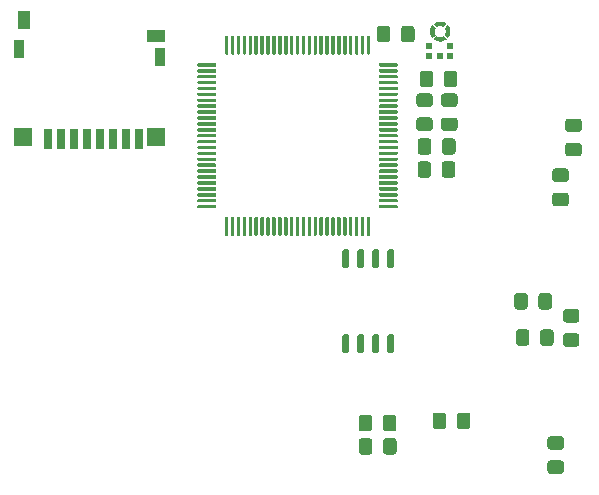
<source format=gbr>
G04 #@! TF.GenerationSoftware,KiCad,Pcbnew,(5.1.6)-1*
G04 #@! TF.CreationDate,2020-10-17T23:58:27+09:00*
G04 #@! TF.ProjectId,guardianCam_Wifi,67756172-6469-4616-9e43-616d5f576966,rev?*
G04 #@! TF.SameCoordinates,Original*
G04 #@! TF.FileFunction,Paste,Bot*
G04 #@! TF.FilePolarity,Positive*
%FSLAX46Y46*%
G04 Gerber Fmt 4.6, Leading zero omitted, Abs format (unit mm)*
G04 Created by KiCad (PCBNEW (5.1.6)-1) date 2020-10-17 23:58:27*
%MOMM*%
%LPD*%
G01*
G04 APERTURE LIST*
%ADD10C,0.001000*%
%ADD11R,0.762000X1.803400*%
%ADD12R,1.498600X1.498600*%
%ADD13R,0.838200X1.549400*%
%ADD14R,1.549400X1.041400*%
%ADD15R,1.041400X1.549400*%
%ADD16R,0.600000X0.522000*%
G04 APERTURE END LIST*
D10*
G36*
X137850000Y-108175000D02*
G01*
X137950000Y-108275000D01*
X137915000Y-108330000D01*
X137875000Y-108440000D01*
X137870000Y-108440000D01*
X137875000Y-108450000D01*
X137860000Y-108555000D01*
X137856397Y-108565000D01*
X137860000Y-108565000D01*
X137875000Y-108685000D01*
X137918463Y-108784609D01*
X137953828Y-108852666D01*
X137855000Y-108950000D01*
X137745000Y-109065000D01*
X137680000Y-108970000D01*
X137630000Y-108870000D01*
X137600000Y-108780000D01*
X137580000Y-108700000D01*
X137570000Y-108560000D01*
X137583797Y-108399809D01*
X137630000Y-108250000D01*
X137675000Y-108160000D01*
X137739691Y-108060234D01*
X137850000Y-108175000D01*
G37*
X137850000Y-108175000D02*
X137950000Y-108275000D01*
X137915000Y-108330000D01*
X137875000Y-108440000D01*
X137870000Y-108440000D01*
X137875000Y-108450000D01*
X137860000Y-108555000D01*
X137856397Y-108565000D01*
X137860000Y-108565000D01*
X137875000Y-108685000D01*
X137918463Y-108784609D01*
X137953828Y-108852666D01*
X137855000Y-108950000D01*
X137745000Y-109065000D01*
X137680000Y-108970000D01*
X137630000Y-108870000D01*
X137600000Y-108780000D01*
X137580000Y-108700000D01*
X137570000Y-108560000D01*
X137583797Y-108399809D01*
X137630000Y-108250000D01*
X137675000Y-108160000D01*
X137739691Y-108060234D01*
X137850000Y-108175000D01*
G36*
X138760000Y-108030000D02*
G01*
X138660000Y-108135000D01*
X138610000Y-108100000D01*
X138500000Y-108060000D01*
X138380000Y-108046397D01*
X138260000Y-108060000D01*
X138155391Y-108098463D01*
X138092334Y-108133828D01*
X137995000Y-108035000D01*
X137880000Y-107920000D01*
X137975000Y-107855000D01*
X138070000Y-107810000D01*
X138160000Y-107780000D01*
X138240000Y-107760000D01*
X138380000Y-107750000D01*
X138540191Y-107763797D01*
X138690000Y-107810000D01*
X138805000Y-107870000D01*
X138874766Y-107914691D01*
X138760000Y-108030000D01*
G37*
X138760000Y-108030000D02*
X138660000Y-108135000D01*
X138610000Y-108100000D01*
X138500000Y-108060000D01*
X138380000Y-108046397D01*
X138260000Y-108060000D01*
X138155391Y-108098463D01*
X138092334Y-108133828D01*
X137995000Y-108035000D01*
X137880000Y-107920000D01*
X137975000Y-107855000D01*
X138070000Y-107810000D01*
X138160000Y-107780000D01*
X138240000Y-107760000D01*
X138380000Y-107750000D01*
X138540191Y-107763797D01*
X138690000Y-107810000D01*
X138805000Y-107870000D01*
X138874766Y-107914691D01*
X138760000Y-108030000D01*
G36*
X138910000Y-108945000D02*
G01*
X138805000Y-108840000D01*
X138840000Y-108790000D01*
X138880000Y-108680000D01*
X138893603Y-108560000D01*
X138880000Y-108440000D01*
X138841537Y-108335391D01*
X138801172Y-108277334D01*
X138900000Y-108180000D01*
X139020000Y-108060000D01*
X139085000Y-108155000D01*
X139130000Y-108250000D01*
X139160000Y-108330000D01*
X139180000Y-108420000D01*
X139190000Y-108500000D01*
X139190000Y-108625000D01*
X139176203Y-108720191D01*
X139160000Y-108795000D01*
X139130000Y-108870000D01*
X139085000Y-108965000D01*
X139020309Y-109059766D01*
X138910000Y-108945000D01*
G37*
X138910000Y-108945000D02*
X138805000Y-108840000D01*
X138840000Y-108790000D01*
X138880000Y-108680000D01*
X138893603Y-108560000D01*
X138880000Y-108440000D01*
X138841537Y-108335391D01*
X138801172Y-108277334D01*
X138900000Y-108180000D01*
X139020000Y-108060000D01*
X139085000Y-108155000D01*
X139130000Y-108250000D01*
X139160000Y-108330000D01*
X139180000Y-108420000D01*
X139190000Y-108500000D01*
X139190000Y-108625000D01*
X139176203Y-108720191D01*
X139160000Y-108795000D01*
X139130000Y-108870000D01*
X139085000Y-108965000D01*
X139020309Y-109059766D01*
X138910000Y-108945000D01*
G36*
X138005000Y-109090000D02*
G01*
X138100000Y-108995000D01*
X138150000Y-109020000D01*
X138205000Y-109045000D01*
X138260000Y-109060000D01*
X138320000Y-109070000D01*
X138380000Y-109073603D01*
X138500000Y-109060000D01*
X138604609Y-109021537D01*
X138662666Y-108986172D01*
X138765000Y-109085000D01*
X138880000Y-109200000D01*
X138790000Y-109260000D01*
X138690000Y-109310000D01*
X138610000Y-109340000D01*
X138520000Y-109360000D01*
X138380000Y-109370000D01*
X138219809Y-109356203D01*
X138070000Y-109310000D01*
X137965000Y-109260000D01*
X137890234Y-109205309D01*
X138005000Y-109090000D01*
G37*
X138005000Y-109090000D02*
X138100000Y-108995000D01*
X138150000Y-109020000D01*
X138205000Y-109045000D01*
X138260000Y-109060000D01*
X138320000Y-109070000D01*
X138380000Y-109073603D01*
X138500000Y-109060000D01*
X138604609Y-109021537D01*
X138662666Y-108986172D01*
X138765000Y-109085000D01*
X138880000Y-109200000D01*
X138790000Y-109260000D01*
X138690000Y-109310000D01*
X138610000Y-109340000D01*
X138520000Y-109360000D01*
X138380000Y-109370000D01*
X138219809Y-109356203D01*
X138070000Y-109310000D01*
X137965000Y-109260000D01*
X137890234Y-109205309D01*
X138005000Y-109090000D01*
G36*
G01*
X132685000Y-143269999D02*
X132685000Y-144170001D01*
G75*
G02*
X132435001Y-144420000I-249999J0D01*
G01*
X131784999Y-144420000D01*
G75*
G02*
X131535000Y-144170001I0J249999D01*
G01*
X131535000Y-143269999D01*
G75*
G02*
X131784999Y-143020000I249999J0D01*
G01*
X132435001Y-143020000D01*
G75*
G02*
X132685000Y-143269999I0J-249999D01*
G01*
G37*
G36*
G01*
X134735000Y-143269999D02*
X134735000Y-144170001D01*
G75*
G02*
X134485001Y-144420000I-249999J0D01*
G01*
X133834999Y-144420000D01*
G75*
G02*
X133585000Y-144170001I0J249999D01*
G01*
X133585000Y-143269999D01*
G75*
G02*
X133834999Y-143020000I249999J0D01*
G01*
X134485001Y-143020000D01*
G75*
G02*
X134735000Y-143269999I0J-249999D01*
G01*
G37*
G36*
G01*
X139835000Y-142010001D02*
X139835000Y-141109999D01*
G75*
G02*
X140084999Y-140860000I249999J0D01*
G01*
X140735001Y-140860000D01*
G75*
G02*
X140985000Y-141109999I0J-249999D01*
G01*
X140985000Y-142010001D01*
G75*
G02*
X140735001Y-142260000I-249999J0D01*
G01*
X140084999Y-142260000D01*
G75*
G02*
X139835000Y-142010001I0J249999D01*
G01*
G37*
G36*
G01*
X137785000Y-142010001D02*
X137785000Y-141109999D01*
G75*
G02*
X138034999Y-140860000I249999J0D01*
G01*
X138685001Y-140860000D01*
G75*
G02*
X138935000Y-141109999I0J-249999D01*
G01*
X138935000Y-142010001D01*
G75*
G02*
X138685001Y-142260000I-249999J0D01*
G01*
X138034999Y-142260000D01*
G75*
G02*
X137785000Y-142010001I0J249999D01*
G01*
G37*
G36*
G01*
X132670000Y-141309999D02*
X132670000Y-142210001D01*
G75*
G02*
X132420001Y-142460000I-249999J0D01*
G01*
X131769999Y-142460000D01*
G75*
G02*
X131520000Y-142210001I0J249999D01*
G01*
X131520000Y-141309999D01*
G75*
G02*
X131769999Y-141060000I249999J0D01*
G01*
X132420001Y-141060000D01*
G75*
G02*
X132670000Y-141309999I0J-249999D01*
G01*
G37*
G36*
G01*
X134720000Y-141309999D02*
X134720000Y-142210001D01*
G75*
G02*
X134470001Y-142460000I-249999J0D01*
G01*
X133819999Y-142460000D01*
G75*
G02*
X133570000Y-142210001I0J249999D01*
G01*
X133570000Y-141309999D01*
G75*
G02*
X133819999Y-141060000I249999J0D01*
G01*
X134470001Y-141060000D01*
G75*
G02*
X134720000Y-141309999I0J-249999D01*
G01*
G37*
D11*
X112889288Y-117700701D03*
X111789288Y-117700701D03*
X110689287Y-117700701D03*
X109589287Y-117700701D03*
X108489289Y-117700701D03*
X107389289Y-117700701D03*
X106289289Y-117700701D03*
X105189288Y-117700701D03*
D12*
X114365000Y-117548301D03*
X103115000Y-117548301D03*
D13*
X114695208Y-110723702D03*
X102784792Y-110073701D03*
D14*
X114339684Y-108969700D03*
D15*
X103185706Y-107648702D03*
G36*
G01*
X130275000Y-134230000D02*
X130575000Y-134230000D01*
G75*
G02*
X130725000Y-134380000I0J-150000D01*
G01*
X130725000Y-135680000D01*
G75*
G02*
X130575000Y-135830000I-150000J0D01*
G01*
X130275000Y-135830000D01*
G75*
G02*
X130125000Y-135680000I0J150000D01*
G01*
X130125000Y-134380000D01*
G75*
G02*
X130275000Y-134230000I150000J0D01*
G01*
G37*
G36*
G01*
X131545000Y-134230000D02*
X131845000Y-134230000D01*
G75*
G02*
X131995000Y-134380000I0J-150000D01*
G01*
X131995000Y-135680000D01*
G75*
G02*
X131845000Y-135830000I-150000J0D01*
G01*
X131545000Y-135830000D01*
G75*
G02*
X131395000Y-135680000I0J150000D01*
G01*
X131395000Y-134380000D01*
G75*
G02*
X131545000Y-134230000I150000J0D01*
G01*
G37*
G36*
G01*
X132815000Y-134230000D02*
X133115000Y-134230000D01*
G75*
G02*
X133265000Y-134380000I0J-150000D01*
G01*
X133265000Y-135680000D01*
G75*
G02*
X133115000Y-135830000I-150000J0D01*
G01*
X132815000Y-135830000D01*
G75*
G02*
X132665000Y-135680000I0J150000D01*
G01*
X132665000Y-134380000D01*
G75*
G02*
X132815000Y-134230000I150000J0D01*
G01*
G37*
G36*
G01*
X134085000Y-134230000D02*
X134385000Y-134230000D01*
G75*
G02*
X134535000Y-134380000I0J-150000D01*
G01*
X134535000Y-135680000D01*
G75*
G02*
X134385000Y-135830000I-150000J0D01*
G01*
X134085000Y-135830000D01*
G75*
G02*
X133935000Y-135680000I0J150000D01*
G01*
X133935000Y-134380000D01*
G75*
G02*
X134085000Y-134230000I150000J0D01*
G01*
G37*
G36*
G01*
X134085000Y-127030000D02*
X134385000Y-127030000D01*
G75*
G02*
X134535000Y-127180000I0J-150000D01*
G01*
X134535000Y-128480000D01*
G75*
G02*
X134385000Y-128630000I-150000J0D01*
G01*
X134085000Y-128630000D01*
G75*
G02*
X133935000Y-128480000I0J150000D01*
G01*
X133935000Y-127180000D01*
G75*
G02*
X134085000Y-127030000I150000J0D01*
G01*
G37*
G36*
G01*
X132815000Y-127030000D02*
X133115000Y-127030000D01*
G75*
G02*
X133265000Y-127180000I0J-150000D01*
G01*
X133265000Y-128480000D01*
G75*
G02*
X133115000Y-128630000I-150000J0D01*
G01*
X132815000Y-128630000D01*
G75*
G02*
X132665000Y-128480000I0J150000D01*
G01*
X132665000Y-127180000D01*
G75*
G02*
X132815000Y-127030000I150000J0D01*
G01*
G37*
G36*
G01*
X131545000Y-127030000D02*
X131845000Y-127030000D01*
G75*
G02*
X131995000Y-127180000I0J-150000D01*
G01*
X131995000Y-128480000D01*
G75*
G02*
X131845000Y-128630000I-150000J0D01*
G01*
X131545000Y-128630000D01*
G75*
G02*
X131395000Y-128480000I0J150000D01*
G01*
X131395000Y-127180000D01*
G75*
G02*
X131545000Y-127030000I150000J0D01*
G01*
G37*
G36*
G01*
X130275000Y-127030000D02*
X130575000Y-127030000D01*
G75*
G02*
X130725000Y-127180000I0J-150000D01*
G01*
X130725000Y-128480000D01*
G75*
G02*
X130575000Y-128630000I-150000J0D01*
G01*
X130275000Y-128630000D01*
G75*
G02*
X130125000Y-128480000I0J150000D01*
G01*
X130125000Y-127180000D01*
G75*
G02*
X130275000Y-127030000I150000J0D01*
G01*
G37*
G36*
G01*
X148650001Y-144015000D02*
X147749999Y-144015000D01*
G75*
G02*
X147500000Y-143765001I0J249999D01*
G01*
X147500000Y-143114999D01*
G75*
G02*
X147749999Y-142865000I249999J0D01*
G01*
X148650001Y-142865000D01*
G75*
G02*
X148900000Y-143114999I0J-249999D01*
G01*
X148900000Y-143765001D01*
G75*
G02*
X148650001Y-144015000I-249999J0D01*
G01*
G37*
G36*
G01*
X148650001Y-146065000D02*
X147749999Y-146065000D01*
G75*
G02*
X147500000Y-145815001I0J249999D01*
G01*
X147500000Y-145164999D01*
G75*
G02*
X147749999Y-144915000I249999J0D01*
G01*
X148650001Y-144915000D01*
G75*
G02*
X148900000Y-145164999I0J-249999D01*
G01*
X148900000Y-145815001D01*
G75*
G02*
X148650001Y-146065000I-249999J0D01*
G01*
G37*
G36*
G01*
X138735000Y-113070001D02*
X138735000Y-112169999D01*
G75*
G02*
X138984999Y-111920000I249999J0D01*
G01*
X139635001Y-111920000D01*
G75*
G02*
X139885000Y-112169999I0J-249999D01*
G01*
X139885000Y-113070001D01*
G75*
G02*
X139635001Y-113320000I-249999J0D01*
G01*
X138984999Y-113320000D01*
G75*
G02*
X138735000Y-113070001I0J249999D01*
G01*
G37*
G36*
G01*
X136685000Y-113070001D02*
X136685000Y-112169999D01*
G75*
G02*
X136934999Y-111920000I249999J0D01*
G01*
X137585001Y-111920000D01*
G75*
G02*
X137835000Y-112169999I0J-249999D01*
G01*
X137835000Y-113070001D01*
G75*
G02*
X137585001Y-113320000I-249999J0D01*
G01*
X136934999Y-113320000D01*
G75*
G02*
X136685000Y-113070001I0J249999D01*
G01*
G37*
G36*
G01*
X135105000Y-109270001D02*
X135105000Y-108369999D01*
G75*
G02*
X135354999Y-108120000I249999J0D01*
G01*
X136005001Y-108120000D01*
G75*
G02*
X136255000Y-108369999I0J-249999D01*
G01*
X136255000Y-109270001D01*
G75*
G02*
X136005001Y-109520000I-249999J0D01*
G01*
X135354999Y-109520000D01*
G75*
G02*
X135105000Y-109270001I0J249999D01*
G01*
G37*
G36*
G01*
X133055000Y-109270001D02*
X133055000Y-108369999D01*
G75*
G02*
X133304999Y-108120000I249999J0D01*
G01*
X133955001Y-108120000D01*
G75*
G02*
X134205000Y-108369999I0J-249999D01*
G01*
X134205000Y-109270001D01*
G75*
G02*
X133955001Y-109520000I-249999J0D01*
G01*
X133304999Y-109520000D01*
G75*
G02*
X133055000Y-109270001I0J249999D01*
G01*
G37*
D16*
X139280000Y-109812000D03*
X139280000Y-110634000D03*
X138380000Y-110634000D03*
X137480000Y-110634000D03*
X137480000Y-109812000D03*
G36*
G01*
X137655000Y-119839999D02*
X137655000Y-120740001D01*
G75*
G02*
X137405001Y-120990000I-249999J0D01*
G01*
X136754999Y-120990000D01*
G75*
G02*
X136505000Y-120740001I0J249999D01*
G01*
X136505000Y-119839999D01*
G75*
G02*
X136754999Y-119590000I249999J0D01*
G01*
X137405001Y-119590000D01*
G75*
G02*
X137655000Y-119839999I0J-249999D01*
G01*
G37*
G36*
G01*
X139705000Y-119839999D02*
X139705000Y-120740001D01*
G75*
G02*
X139455001Y-120990000I-249999J0D01*
G01*
X138804999Y-120990000D01*
G75*
G02*
X138555000Y-120740001I0J249999D01*
G01*
X138555000Y-119839999D01*
G75*
G02*
X138804999Y-119590000I249999J0D01*
G01*
X139455001Y-119590000D01*
G75*
G02*
X139705000Y-119839999I0J-249999D01*
G01*
G37*
G36*
G01*
X137675000Y-117879999D02*
X137675000Y-118780001D01*
G75*
G02*
X137425001Y-119030000I-249999J0D01*
G01*
X136774999Y-119030000D01*
G75*
G02*
X136525000Y-118780001I0J249999D01*
G01*
X136525000Y-117879999D01*
G75*
G02*
X136774999Y-117630000I249999J0D01*
G01*
X137425001Y-117630000D01*
G75*
G02*
X137675000Y-117879999I0J-249999D01*
G01*
G37*
G36*
G01*
X139725000Y-117879999D02*
X139725000Y-118780001D01*
G75*
G02*
X139475001Y-119030000I-249999J0D01*
G01*
X138824999Y-119030000D01*
G75*
G02*
X138575000Y-118780001I0J249999D01*
G01*
X138575000Y-117879999D01*
G75*
G02*
X138824999Y-117630000I249999J0D01*
G01*
X139475001Y-117630000D01*
G75*
G02*
X139725000Y-117879999I0J-249999D01*
G01*
G37*
G36*
G01*
X139650001Y-114980000D02*
X138749999Y-114980000D01*
G75*
G02*
X138500000Y-114730001I0J249999D01*
G01*
X138500000Y-114079999D01*
G75*
G02*
X138749999Y-113830000I249999J0D01*
G01*
X139650001Y-113830000D01*
G75*
G02*
X139900000Y-114079999I0J-249999D01*
G01*
X139900000Y-114730001D01*
G75*
G02*
X139650001Y-114980000I-249999J0D01*
G01*
G37*
G36*
G01*
X139650001Y-117030000D02*
X138749999Y-117030000D01*
G75*
G02*
X138500000Y-116780001I0J249999D01*
G01*
X138500000Y-116129999D01*
G75*
G02*
X138749999Y-115880000I249999J0D01*
G01*
X139650001Y-115880000D01*
G75*
G02*
X139900000Y-116129999I0J-249999D01*
G01*
X139900000Y-116780001D01*
G75*
G02*
X139650001Y-117030000I-249999J0D01*
G01*
G37*
G36*
G01*
X137550001Y-114975000D02*
X136649999Y-114975000D01*
G75*
G02*
X136400000Y-114725001I0J249999D01*
G01*
X136400000Y-114074999D01*
G75*
G02*
X136649999Y-113825000I249999J0D01*
G01*
X137550001Y-113825000D01*
G75*
G02*
X137800000Y-114074999I0J-249999D01*
G01*
X137800000Y-114725001D01*
G75*
G02*
X137550001Y-114975000I-249999J0D01*
G01*
G37*
G36*
G01*
X137550001Y-117025000D02*
X136649999Y-117025000D01*
G75*
G02*
X136400000Y-116775001I0J249999D01*
G01*
X136400000Y-116124999D01*
G75*
G02*
X136649999Y-115875000I249999J0D01*
G01*
X137550001Y-115875000D01*
G75*
G02*
X137800000Y-116124999I0J-249999D01*
G01*
X137800000Y-116775001D01*
G75*
G02*
X137550001Y-117025000I-249999J0D01*
G01*
G37*
G36*
G01*
X146740000Y-131890001D02*
X146740000Y-130989999D01*
G75*
G02*
X146989999Y-130740000I249999J0D01*
G01*
X147640001Y-130740000D01*
G75*
G02*
X147890000Y-130989999I0J-249999D01*
G01*
X147890000Y-131890001D01*
G75*
G02*
X147640001Y-132140000I-249999J0D01*
G01*
X146989999Y-132140000D01*
G75*
G02*
X146740000Y-131890001I0J249999D01*
G01*
G37*
G36*
G01*
X144690000Y-131890001D02*
X144690000Y-130989999D01*
G75*
G02*
X144939999Y-130740000I249999J0D01*
G01*
X145590001Y-130740000D01*
G75*
G02*
X145840000Y-130989999I0J-249999D01*
G01*
X145840000Y-131890001D01*
G75*
G02*
X145590001Y-132140000I-249999J0D01*
G01*
X144939999Y-132140000D01*
G75*
G02*
X144690000Y-131890001I0J249999D01*
G01*
G37*
G36*
G01*
X149970001Y-133245000D02*
X149069999Y-133245000D01*
G75*
G02*
X148820000Y-132995001I0J249999D01*
G01*
X148820000Y-132344999D01*
G75*
G02*
X149069999Y-132095000I249999J0D01*
G01*
X149970001Y-132095000D01*
G75*
G02*
X150220000Y-132344999I0J-249999D01*
G01*
X150220000Y-132995001D01*
G75*
G02*
X149970001Y-133245000I-249999J0D01*
G01*
G37*
G36*
G01*
X149970001Y-135295000D02*
X149069999Y-135295000D01*
G75*
G02*
X148820000Y-135045001I0J249999D01*
G01*
X148820000Y-134394999D01*
G75*
G02*
X149069999Y-134145000I249999J0D01*
G01*
X149970001Y-134145000D01*
G75*
G02*
X150220000Y-134394999I0J-249999D01*
G01*
X150220000Y-135045001D01*
G75*
G02*
X149970001Y-135295000I-249999J0D01*
G01*
G37*
G36*
G01*
X149259999Y-118020000D02*
X150160001Y-118020000D01*
G75*
G02*
X150410000Y-118269999I0J-249999D01*
G01*
X150410000Y-118920001D01*
G75*
G02*
X150160001Y-119170000I-249999J0D01*
G01*
X149259999Y-119170000D01*
G75*
G02*
X149010000Y-118920001I0J249999D01*
G01*
X149010000Y-118269999D01*
G75*
G02*
X149259999Y-118020000I249999J0D01*
G01*
G37*
G36*
G01*
X149259999Y-115970000D02*
X150160001Y-115970000D01*
G75*
G02*
X150410000Y-116219999I0J-249999D01*
G01*
X150410000Y-116870001D01*
G75*
G02*
X150160001Y-117120000I-249999J0D01*
G01*
X149259999Y-117120000D01*
G75*
G02*
X149010000Y-116870001I0J249999D01*
G01*
X149010000Y-116219999D01*
G75*
G02*
X149259999Y-115970000I249999J0D01*
G01*
G37*
G36*
G01*
X146885000Y-134960001D02*
X146885000Y-134059999D01*
G75*
G02*
X147134999Y-133810000I249999J0D01*
G01*
X147785001Y-133810000D01*
G75*
G02*
X148035000Y-134059999I0J-249999D01*
G01*
X148035000Y-134960001D01*
G75*
G02*
X147785001Y-135210000I-249999J0D01*
G01*
X147134999Y-135210000D01*
G75*
G02*
X146885000Y-134960001I0J249999D01*
G01*
G37*
G36*
G01*
X144835000Y-134960001D02*
X144835000Y-134059999D01*
G75*
G02*
X145084999Y-133810000I249999J0D01*
G01*
X145735001Y-133810000D01*
G75*
G02*
X145985000Y-134059999I0J-249999D01*
G01*
X145985000Y-134960001D01*
G75*
G02*
X145735001Y-135210000I-249999J0D01*
G01*
X145084999Y-135210000D01*
G75*
G02*
X144835000Y-134960001I0J249999D01*
G01*
G37*
G36*
G01*
X148159999Y-122245000D02*
X149060001Y-122245000D01*
G75*
G02*
X149310000Y-122494999I0J-249999D01*
G01*
X149310000Y-123145001D01*
G75*
G02*
X149060001Y-123395000I-249999J0D01*
G01*
X148159999Y-123395000D01*
G75*
G02*
X147910000Y-123145001I0J249999D01*
G01*
X147910000Y-122494999D01*
G75*
G02*
X148159999Y-122245000I249999J0D01*
G01*
G37*
G36*
G01*
X148159999Y-120195000D02*
X149060001Y-120195000D01*
G75*
G02*
X149310000Y-120444999I0J-249999D01*
G01*
X149310000Y-121095001D01*
G75*
G02*
X149060001Y-121345000I-249999J0D01*
G01*
X148159999Y-121345000D01*
G75*
G02*
X147910000Y-121095001I0J249999D01*
G01*
X147910000Y-120444999D01*
G75*
G02*
X148159999Y-120195000I249999J0D01*
G01*
G37*
G36*
G01*
X120200000Y-125820000D02*
X120200000Y-124370000D01*
G75*
G02*
X120275000Y-124295000I75000J0D01*
G01*
X120425000Y-124295000D01*
G75*
G02*
X120500000Y-124370000I0J-75000D01*
G01*
X120500000Y-125820000D01*
G75*
G02*
X120425000Y-125895000I-75000J0D01*
G01*
X120275000Y-125895000D01*
G75*
G02*
X120200000Y-125820000I0J75000D01*
G01*
G37*
G36*
G01*
X120700000Y-125820000D02*
X120700000Y-124370000D01*
G75*
G02*
X120775000Y-124295000I75000J0D01*
G01*
X120925000Y-124295000D01*
G75*
G02*
X121000000Y-124370000I0J-75000D01*
G01*
X121000000Y-125820000D01*
G75*
G02*
X120925000Y-125895000I-75000J0D01*
G01*
X120775000Y-125895000D01*
G75*
G02*
X120700000Y-125820000I0J75000D01*
G01*
G37*
G36*
G01*
X121200000Y-125820000D02*
X121200000Y-124370000D01*
G75*
G02*
X121275000Y-124295000I75000J0D01*
G01*
X121425000Y-124295000D01*
G75*
G02*
X121500000Y-124370000I0J-75000D01*
G01*
X121500000Y-125820000D01*
G75*
G02*
X121425000Y-125895000I-75000J0D01*
G01*
X121275000Y-125895000D01*
G75*
G02*
X121200000Y-125820000I0J75000D01*
G01*
G37*
G36*
G01*
X121700000Y-125820000D02*
X121700000Y-124370000D01*
G75*
G02*
X121775000Y-124295000I75000J0D01*
G01*
X121925000Y-124295000D01*
G75*
G02*
X122000000Y-124370000I0J-75000D01*
G01*
X122000000Y-125820000D01*
G75*
G02*
X121925000Y-125895000I-75000J0D01*
G01*
X121775000Y-125895000D01*
G75*
G02*
X121700000Y-125820000I0J75000D01*
G01*
G37*
G36*
G01*
X122200000Y-125820000D02*
X122200000Y-124370000D01*
G75*
G02*
X122275000Y-124295000I75000J0D01*
G01*
X122425000Y-124295000D01*
G75*
G02*
X122500000Y-124370000I0J-75000D01*
G01*
X122500000Y-125820000D01*
G75*
G02*
X122425000Y-125895000I-75000J0D01*
G01*
X122275000Y-125895000D01*
G75*
G02*
X122200000Y-125820000I0J75000D01*
G01*
G37*
G36*
G01*
X122700000Y-125820000D02*
X122700000Y-124370000D01*
G75*
G02*
X122775000Y-124295000I75000J0D01*
G01*
X122925000Y-124295000D01*
G75*
G02*
X123000000Y-124370000I0J-75000D01*
G01*
X123000000Y-125820000D01*
G75*
G02*
X122925000Y-125895000I-75000J0D01*
G01*
X122775000Y-125895000D01*
G75*
G02*
X122700000Y-125820000I0J75000D01*
G01*
G37*
G36*
G01*
X123200000Y-125820000D02*
X123200000Y-124370000D01*
G75*
G02*
X123275000Y-124295000I75000J0D01*
G01*
X123425000Y-124295000D01*
G75*
G02*
X123500000Y-124370000I0J-75000D01*
G01*
X123500000Y-125820000D01*
G75*
G02*
X123425000Y-125895000I-75000J0D01*
G01*
X123275000Y-125895000D01*
G75*
G02*
X123200000Y-125820000I0J75000D01*
G01*
G37*
G36*
G01*
X123700000Y-125820000D02*
X123700000Y-124370000D01*
G75*
G02*
X123775000Y-124295000I75000J0D01*
G01*
X123925000Y-124295000D01*
G75*
G02*
X124000000Y-124370000I0J-75000D01*
G01*
X124000000Y-125820000D01*
G75*
G02*
X123925000Y-125895000I-75000J0D01*
G01*
X123775000Y-125895000D01*
G75*
G02*
X123700000Y-125820000I0J75000D01*
G01*
G37*
G36*
G01*
X124200000Y-125820000D02*
X124200000Y-124370000D01*
G75*
G02*
X124275000Y-124295000I75000J0D01*
G01*
X124425000Y-124295000D01*
G75*
G02*
X124500000Y-124370000I0J-75000D01*
G01*
X124500000Y-125820000D01*
G75*
G02*
X124425000Y-125895000I-75000J0D01*
G01*
X124275000Y-125895000D01*
G75*
G02*
X124200000Y-125820000I0J75000D01*
G01*
G37*
G36*
G01*
X124700000Y-125820000D02*
X124700000Y-124370000D01*
G75*
G02*
X124775000Y-124295000I75000J0D01*
G01*
X124925000Y-124295000D01*
G75*
G02*
X125000000Y-124370000I0J-75000D01*
G01*
X125000000Y-125820000D01*
G75*
G02*
X124925000Y-125895000I-75000J0D01*
G01*
X124775000Y-125895000D01*
G75*
G02*
X124700000Y-125820000I0J75000D01*
G01*
G37*
G36*
G01*
X125200000Y-125820000D02*
X125200000Y-124370000D01*
G75*
G02*
X125275000Y-124295000I75000J0D01*
G01*
X125425000Y-124295000D01*
G75*
G02*
X125500000Y-124370000I0J-75000D01*
G01*
X125500000Y-125820000D01*
G75*
G02*
X125425000Y-125895000I-75000J0D01*
G01*
X125275000Y-125895000D01*
G75*
G02*
X125200000Y-125820000I0J75000D01*
G01*
G37*
G36*
G01*
X125700000Y-125820000D02*
X125700000Y-124370000D01*
G75*
G02*
X125775000Y-124295000I75000J0D01*
G01*
X125925000Y-124295000D01*
G75*
G02*
X126000000Y-124370000I0J-75000D01*
G01*
X126000000Y-125820000D01*
G75*
G02*
X125925000Y-125895000I-75000J0D01*
G01*
X125775000Y-125895000D01*
G75*
G02*
X125700000Y-125820000I0J75000D01*
G01*
G37*
G36*
G01*
X126200000Y-125820000D02*
X126200000Y-124370000D01*
G75*
G02*
X126275000Y-124295000I75000J0D01*
G01*
X126425000Y-124295000D01*
G75*
G02*
X126500000Y-124370000I0J-75000D01*
G01*
X126500000Y-125820000D01*
G75*
G02*
X126425000Y-125895000I-75000J0D01*
G01*
X126275000Y-125895000D01*
G75*
G02*
X126200000Y-125820000I0J75000D01*
G01*
G37*
G36*
G01*
X126700000Y-125820000D02*
X126700000Y-124370000D01*
G75*
G02*
X126775000Y-124295000I75000J0D01*
G01*
X126925000Y-124295000D01*
G75*
G02*
X127000000Y-124370000I0J-75000D01*
G01*
X127000000Y-125820000D01*
G75*
G02*
X126925000Y-125895000I-75000J0D01*
G01*
X126775000Y-125895000D01*
G75*
G02*
X126700000Y-125820000I0J75000D01*
G01*
G37*
G36*
G01*
X127200000Y-125820000D02*
X127200000Y-124370000D01*
G75*
G02*
X127275000Y-124295000I75000J0D01*
G01*
X127425000Y-124295000D01*
G75*
G02*
X127500000Y-124370000I0J-75000D01*
G01*
X127500000Y-125820000D01*
G75*
G02*
X127425000Y-125895000I-75000J0D01*
G01*
X127275000Y-125895000D01*
G75*
G02*
X127200000Y-125820000I0J75000D01*
G01*
G37*
G36*
G01*
X127700000Y-125820000D02*
X127700000Y-124370000D01*
G75*
G02*
X127775000Y-124295000I75000J0D01*
G01*
X127925000Y-124295000D01*
G75*
G02*
X128000000Y-124370000I0J-75000D01*
G01*
X128000000Y-125820000D01*
G75*
G02*
X127925000Y-125895000I-75000J0D01*
G01*
X127775000Y-125895000D01*
G75*
G02*
X127700000Y-125820000I0J75000D01*
G01*
G37*
G36*
G01*
X128200000Y-125820000D02*
X128200000Y-124370000D01*
G75*
G02*
X128275000Y-124295000I75000J0D01*
G01*
X128425000Y-124295000D01*
G75*
G02*
X128500000Y-124370000I0J-75000D01*
G01*
X128500000Y-125820000D01*
G75*
G02*
X128425000Y-125895000I-75000J0D01*
G01*
X128275000Y-125895000D01*
G75*
G02*
X128200000Y-125820000I0J75000D01*
G01*
G37*
G36*
G01*
X128700000Y-125820000D02*
X128700000Y-124370000D01*
G75*
G02*
X128775000Y-124295000I75000J0D01*
G01*
X128925000Y-124295000D01*
G75*
G02*
X129000000Y-124370000I0J-75000D01*
G01*
X129000000Y-125820000D01*
G75*
G02*
X128925000Y-125895000I-75000J0D01*
G01*
X128775000Y-125895000D01*
G75*
G02*
X128700000Y-125820000I0J75000D01*
G01*
G37*
G36*
G01*
X129200000Y-125820000D02*
X129200000Y-124370000D01*
G75*
G02*
X129275000Y-124295000I75000J0D01*
G01*
X129425000Y-124295000D01*
G75*
G02*
X129500000Y-124370000I0J-75000D01*
G01*
X129500000Y-125820000D01*
G75*
G02*
X129425000Y-125895000I-75000J0D01*
G01*
X129275000Y-125895000D01*
G75*
G02*
X129200000Y-125820000I0J75000D01*
G01*
G37*
G36*
G01*
X129700000Y-125820000D02*
X129700000Y-124370000D01*
G75*
G02*
X129775000Y-124295000I75000J0D01*
G01*
X129925000Y-124295000D01*
G75*
G02*
X130000000Y-124370000I0J-75000D01*
G01*
X130000000Y-125820000D01*
G75*
G02*
X129925000Y-125895000I-75000J0D01*
G01*
X129775000Y-125895000D01*
G75*
G02*
X129700000Y-125820000I0J75000D01*
G01*
G37*
G36*
G01*
X130200000Y-125820000D02*
X130200000Y-124370000D01*
G75*
G02*
X130275000Y-124295000I75000J0D01*
G01*
X130425000Y-124295000D01*
G75*
G02*
X130500000Y-124370000I0J-75000D01*
G01*
X130500000Y-125820000D01*
G75*
G02*
X130425000Y-125895000I-75000J0D01*
G01*
X130275000Y-125895000D01*
G75*
G02*
X130200000Y-125820000I0J75000D01*
G01*
G37*
G36*
G01*
X130700000Y-125820000D02*
X130700000Y-124370000D01*
G75*
G02*
X130775000Y-124295000I75000J0D01*
G01*
X130925000Y-124295000D01*
G75*
G02*
X131000000Y-124370000I0J-75000D01*
G01*
X131000000Y-125820000D01*
G75*
G02*
X130925000Y-125895000I-75000J0D01*
G01*
X130775000Y-125895000D01*
G75*
G02*
X130700000Y-125820000I0J75000D01*
G01*
G37*
G36*
G01*
X131200000Y-125820000D02*
X131200000Y-124370000D01*
G75*
G02*
X131275000Y-124295000I75000J0D01*
G01*
X131425000Y-124295000D01*
G75*
G02*
X131500000Y-124370000I0J-75000D01*
G01*
X131500000Y-125820000D01*
G75*
G02*
X131425000Y-125895000I-75000J0D01*
G01*
X131275000Y-125895000D01*
G75*
G02*
X131200000Y-125820000I0J75000D01*
G01*
G37*
G36*
G01*
X131700000Y-125820000D02*
X131700000Y-124370000D01*
G75*
G02*
X131775000Y-124295000I75000J0D01*
G01*
X131925000Y-124295000D01*
G75*
G02*
X132000000Y-124370000I0J-75000D01*
G01*
X132000000Y-125820000D01*
G75*
G02*
X131925000Y-125895000I-75000J0D01*
G01*
X131775000Y-125895000D01*
G75*
G02*
X131700000Y-125820000I0J75000D01*
G01*
G37*
G36*
G01*
X132200000Y-125820000D02*
X132200000Y-124370000D01*
G75*
G02*
X132275000Y-124295000I75000J0D01*
G01*
X132425000Y-124295000D01*
G75*
G02*
X132500000Y-124370000I0J-75000D01*
G01*
X132500000Y-125820000D01*
G75*
G02*
X132425000Y-125895000I-75000J0D01*
G01*
X132275000Y-125895000D01*
G75*
G02*
X132200000Y-125820000I0J75000D01*
G01*
G37*
G36*
G01*
X133225000Y-123495000D02*
X133225000Y-123345000D01*
G75*
G02*
X133300000Y-123270000I75000J0D01*
G01*
X134750000Y-123270000D01*
G75*
G02*
X134825000Y-123345000I0J-75000D01*
G01*
X134825000Y-123495000D01*
G75*
G02*
X134750000Y-123570000I-75000J0D01*
G01*
X133300000Y-123570000D01*
G75*
G02*
X133225000Y-123495000I0J75000D01*
G01*
G37*
G36*
G01*
X133225000Y-122995000D02*
X133225000Y-122845000D01*
G75*
G02*
X133300000Y-122770000I75000J0D01*
G01*
X134750000Y-122770000D01*
G75*
G02*
X134825000Y-122845000I0J-75000D01*
G01*
X134825000Y-122995000D01*
G75*
G02*
X134750000Y-123070000I-75000J0D01*
G01*
X133300000Y-123070000D01*
G75*
G02*
X133225000Y-122995000I0J75000D01*
G01*
G37*
G36*
G01*
X133225000Y-122495000D02*
X133225000Y-122345000D01*
G75*
G02*
X133300000Y-122270000I75000J0D01*
G01*
X134750000Y-122270000D01*
G75*
G02*
X134825000Y-122345000I0J-75000D01*
G01*
X134825000Y-122495000D01*
G75*
G02*
X134750000Y-122570000I-75000J0D01*
G01*
X133300000Y-122570000D01*
G75*
G02*
X133225000Y-122495000I0J75000D01*
G01*
G37*
G36*
G01*
X133225000Y-121995000D02*
X133225000Y-121845000D01*
G75*
G02*
X133300000Y-121770000I75000J0D01*
G01*
X134750000Y-121770000D01*
G75*
G02*
X134825000Y-121845000I0J-75000D01*
G01*
X134825000Y-121995000D01*
G75*
G02*
X134750000Y-122070000I-75000J0D01*
G01*
X133300000Y-122070000D01*
G75*
G02*
X133225000Y-121995000I0J75000D01*
G01*
G37*
G36*
G01*
X133225000Y-121495000D02*
X133225000Y-121345000D01*
G75*
G02*
X133300000Y-121270000I75000J0D01*
G01*
X134750000Y-121270000D01*
G75*
G02*
X134825000Y-121345000I0J-75000D01*
G01*
X134825000Y-121495000D01*
G75*
G02*
X134750000Y-121570000I-75000J0D01*
G01*
X133300000Y-121570000D01*
G75*
G02*
X133225000Y-121495000I0J75000D01*
G01*
G37*
G36*
G01*
X133225000Y-120995000D02*
X133225000Y-120845000D01*
G75*
G02*
X133300000Y-120770000I75000J0D01*
G01*
X134750000Y-120770000D01*
G75*
G02*
X134825000Y-120845000I0J-75000D01*
G01*
X134825000Y-120995000D01*
G75*
G02*
X134750000Y-121070000I-75000J0D01*
G01*
X133300000Y-121070000D01*
G75*
G02*
X133225000Y-120995000I0J75000D01*
G01*
G37*
G36*
G01*
X133225000Y-120495000D02*
X133225000Y-120345000D01*
G75*
G02*
X133300000Y-120270000I75000J0D01*
G01*
X134750000Y-120270000D01*
G75*
G02*
X134825000Y-120345000I0J-75000D01*
G01*
X134825000Y-120495000D01*
G75*
G02*
X134750000Y-120570000I-75000J0D01*
G01*
X133300000Y-120570000D01*
G75*
G02*
X133225000Y-120495000I0J75000D01*
G01*
G37*
G36*
G01*
X133225000Y-119995000D02*
X133225000Y-119845000D01*
G75*
G02*
X133300000Y-119770000I75000J0D01*
G01*
X134750000Y-119770000D01*
G75*
G02*
X134825000Y-119845000I0J-75000D01*
G01*
X134825000Y-119995000D01*
G75*
G02*
X134750000Y-120070000I-75000J0D01*
G01*
X133300000Y-120070000D01*
G75*
G02*
X133225000Y-119995000I0J75000D01*
G01*
G37*
G36*
G01*
X133225000Y-119495000D02*
X133225000Y-119345000D01*
G75*
G02*
X133300000Y-119270000I75000J0D01*
G01*
X134750000Y-119270000D01*
G75*
G02*
X134825000Y-119345000I0J-75000D01*
G01*
X134825000Y-119495000D01*
G75*
G02*
X134750000Y-119570000I-75000J0D01*
G01*
X133300000Y-119570000D01*
G75*
G02*
X133225000Y-119495000I0J75000D01*
G01*
G37*
G36*
G01*
X133225000Y-118995000D02*
X133225000Y-118845000D01*
G75*
G02*
X133300000Y-118770000I75000J0D01*
G01*
X134750000Y-118770000D01*
G75*
G02*
X134825000Y-118845000I0J-75000D01*
G01*
X134825000Y-118995000D01*
G75*
G02*
X134750000Y-119070000I-75000J0D01*
G01*
X133300000Y-119070000D01*
G75*
G02*
X133225000Y-118995000I0J75000D01*
G01*
G37*
G36*
G01*
X133225000Y-118495000D02*
X133225000Y-118345000D01*
G75*
G02*
X133300000Y-118270000I75000J0D01*
G01*
X134750000Y-118270000D01*
G75*
G02*
X134825000Y-118345000I0J-75000D01*
G01*
X134825000Y-118495000D01*
G75*
G02*
X134750000Y-118570000I-75000J0D01*
G01*
X133300000Y-118570000D01*
G75*
G02*
X133225000Y-118495000I0J75000D01*
G01*
G37*
G36*
G01*
X133225000Y-117995000D02*
X133225000Y-117845000D01*
G75*
G02*
X133300000Y-117770000I75000J0D01*
G01*
X134750000Y-117770000D01*
G75*
G02*
X134825000Y-117845000I0J-75000D01*
G01*
X134825000Y-117995000D01*
G75*
G02*
X134750000Y-118070000I-75000J0D01*
G01*
X133300000Y-118070000D01*
G75*
G02*
X133225000Y-117995000I0J75000D01*
G01*
G37*
G36*
G01*
X133225000Y-117495000D02*
X133225000Y-117345000D01*
G75*
G02*
X133300000Y-117270000I75000J0D01*
G01*
X134750000Y-117270000D01*
G75*
G02*
X134825000Y-117345000I0J-75000D01*
G01*
X134825000Y-117495000D01*
G75*
G02*
X134750000Y-117570000I-75000J0D01*
G01*
X133300000Y-117570000D01*
G75*
G02*
X133225000Y-117495000I0J75000D01*
G01*
G37*
G36*
G01*
X133225000Y-116995000D02*
X133225000Y-116845000D01*
G75*
G02*
X133300000Y-116770000I75000J0D01*
G01*
X134750000Y-116770000D01*
G75*
G02*
X134825000Y-116845000I0J-75000D01*
G01*
X134825000Y-116995000D01*
G75*
G02*
X134750000Y-117070000I-75000J0D01*
G01*
X133300000Y-117070000D01*
G75*
G02*
X133225000Y-116995000I0J75000D01*
G01*
G37*
G36*
G01*
X133225000Y-116495000D02*
X133225000Y-116345000D01*
G75*
G02*
X133300000Y-116270000I75000J0D01*
G01*
X134750000Y-116270000D01*
G75*
G02*
X134825000Y-116345000I0J-75000D01*
G01*
X134825000Y-116495000D01*
G75*
G02*
X134750000Y-116570000I-75000J0D01*
G01*
X133300000Y-116570000D01*
G75*
G02*
X133225000Y-116495000I0J75000D01*
G01*
G37*
G36*
G01*
X133225000Y-115995000D02*
X133225000Y-115845000D01*
G75*
G02*
X133300000Y-115770000I75000J0D01*
G01*
X134750000Y-115770000D01*
G75*
G02*
X134825000Y-115845000I0J-75000D01*
G01*
X134825000Y-115995000D01*
G75*
G02*
X134750000Y-116070000I-75000J0D01*
G01*
X133300000Y-116070000D01*
G75*
G02*
X133225000Y-115995000I0J75000D01*
G01*
G37*
G36*
G01*
X133225000Y-115495000D02*
X133225000Y-115345000D01*
G75*
G02*
X133300000Y-115270000I75000J0D01*
G01*
X134750000Y-115270000D01*
G75*
G02*
X134825000Y-115345000I0J-75000D01*
G01*
X134825000Y-115495000D01*
G75*
G02*
X134750000Y-115570000I-75000J0D01*
G01*
X133300000Y-115570000D01*
G75*
G02*
X133225000Y-115495000I0J75000D01*
G01*
G37*
G36*
G01*
X133225000Y-114995000D02*
X133225000Y-114845000D01*
G75*
G02*
X133300000Y-114770000I75000J0D01*
G01*
X134750000Y-114770000D01*
G75*
G02*
X134825000Y-114845000I0J-75000D01*
G01*
X134825000Y-114995000D01*
G75*
G02*
X134750000Y-115070000I-75000J0D01*
G01*
X133300000Y-115070000D01*
G75*
G02*
X133225000Y-114995000I0J75000D01*
G01*
G37*
G36*
G01*
X133225000Y-114495000D02*
X133225000Y-114345000D01*
G75*
G02*
X133300000Y-114270000I75000J0D01*
G01*
X134750000Y-114270000D01*
G75*
G02*
X134825000Y-114345000I0J-75000D01*
G01*
X134825000Y-114495000D01*
G75*
G02*
X134750000Y-114570000I-75000J0D01*
G01*
X133300000Y-114570000D01*
G75*
G02*
X133225000Y-114495000I0J75000D01*
G01*
G37*
G36*
G01*
X133225000Y-113995000D02*
X133225000Y-113845000D01*
G75*
G02*
X133300000Y-113770000I75000J0D01*
G01*
X134750000Y-113770000D01*
G75*
G02*
X134825000Y-113845000I0J-75000D01*
G01*
X134825000Y-113995000D01*
G75*
G02*
X134750000Y-114070000I-75000J0D01*
G01*
X133300000Y-114070000D01*
G75*
G02*
X133225000Y-113995000I0J75000D01*
G01*
G37*
G36*
G01*
X133225000Y-113495000D02*
X133225000Y-113345000D01*
G75*
G02*
X133300000Y-113270000I75000J0D01*
G01*
X134750000Y-113270000D01*
G75*
G02*
X134825000Y-113345000I0J-75000D01*
G01*
X134825000Y-113495000D01*
G75*
G02*
X134750000Y-113570000I-75000J0D01*
G01*
X133300000Y-113570000D01*
G75*
G02*
X133225000Y-113495000I0J75000D01*
G01*
G37*
G36*
G01*
X133225000Y-112995000D02*
X133225000Y-112845000D01*
G75*
G02*
X133300000Y-112770000I75000J0D01*
G01*
X134750000Y-112770000D01*
G75*
G02*
X134825000Y-112845000I0J-75000D01*
G01*
X134825000Y-112995000D01*
G75*
G02*
X134750000Y-113070000I-75000J0D01*
G01*
X133300000Y-113070000D01*
G75*
G02*
X133225000Y-112995000I0J75000D01*
G01*
G37*
G36*
G01*
X133225000Y-112495000D02*
X133225000Y-112345000D01*
G75*
G02*
X133300000Y-112270000I75000J0D01*
G01*
X134750000Y-112270000D01*
G75*
G02*
X134825000Y-112345000I0J-75000D01*
G01*
X134825000Y-112495000D01*
G75*
G02*
X134750000Y-112570000I-75000J0D01*
G01*
X133300000Y-112570000D01*
G75*
G02*
X133225000Y-112495000I0J75000D01*
G01*
G37*
G36*
G01*
X133225000Y-111995000D02*
X133225000Y-111845000D01*
G75*
G02*
X133300000Y-111770000I75000J0D01*
G01*
X134750000Y-111770000D01*
G75*
G02*
X134825000Y-111845000I0J-75000D01*
G01*
X134825000Y-111995000D01*
G75*
G02*
X134750000Y-112070000I-75000J0D01*
G01*
X133300000Y-112070000D01*
G75*
G02*
X133225000Y-111995000I0J75000D01*
G01*
G37*
G36*
G01*
X133225000Y-111495000D02*
X133225000Y-111345000D01*
G75*
G02*
X133300000Y-111270000I75000J0D01*
G01*
X134750000Y-111270000D01*
G75*
G02*
X134825000Y-111345000I0J-75000D01*
G01*
X134825000Y-111495000D01*
G75*
G02*
X134750000Y-111570000I-75000J0D01*
G01*
X133300000Y-111570000D01*
G75*
G02*
X133225000Y-111495000I0J75000D01*
G01*
G37*
G36*
G01*
X132200000Y-110470000D02*
X132200000Y-109020000D01*
G75*
G02*
X132275000Y-108945000I75000J0D01*
G01*
X132425000Y-108945000D01*
G75*
G02*
X132500000Y-109020000I0J-75000D01*
G01*
X132500000Y-110470000D01*
G75*
G02*
X132425000Y-110545000I-75000J0D01*
G01*
X132275000Y-110545000D01*
G75*
G02*
X132200000Y-110470000I0J75000D01*
G01*
G37*
G36*
G01*
X131700000Y-110470000D02*
X131700000Y-109020000D01*
G75*
G02*
X131775000Y-108945000I75000J0D01*
G01*
X131925000Y-108945000D01*
G75*
G02*
X132000000Y-109020000I0J-75000D01*
G01*
X132000000Y-110470000D01*
G75*
G02*
X131925000Y-110545000I-75000J0D01*
G01*
X131775000Y-110545000D01*
G75*
G02*
X131700000Y-110470000I0J75000D01*
G01*
G37*
G36*
G01*
X131200000Y-110470000D02*
X131200000Y-109020000D01*
G75*
G02*
X131275000Y-108945000I75000J0D01*
G01*
X131425000Y-108945000D01*
G75*
G02*
X131500000Y-109020000I0J-75000D01*
G01*
X131500000Y-110470000D01*
G75*
G02*
X131425000Y-110545000I-75000J0D01*
G01*
X131275000Y-110545000D01*
G75*
G02*
X131200000Y-110470000I0J75000D01*
G01*
G37*
G36*
G01*
X130700000Y-110470000D02*
X130700000Y-109020000D01*
G75*
G02*
X130775000Y-108945000I75000J0D01*
G01*
X130925000Y-108945000D01*
G75*
G02*
X131000000Y-109020000I0J-75000D01*
G01*
X131000000Y-110470000D01*
G75*
G02*
X130925000Y-110545000I-75000J0D01*
G01*
X130775000Y-110545000D01*
G75*
G02*
X130700000Y-110470000I0J75000D01*
G01*
G37*
G36*
G01*
X130200000Y-110470000D02*
X130200000Y-109020000D01*
G75*
G02*
X130275000Y-108945000I75000J0D01*
G01*
X130425000Y-108945000D01*
G75*
G02*
X130500000Y-109020000I0J-75000D01*
G01*
X130500000Y-110470000D01*
G75*
G02*
X130425000Y-110545000I-75000J0D01*
G01*
X130275000Y-110545000D01*
G75*
G02*
X130200000Y-110470000I0J75000D01*
G01*
G37*
G36*
G01*
X129700000Y-110470000D02*
X129700000Y-109020000D01*
G75*
G02*
X129775000Y-108945000I75000J0D01*
G01*
X129925000Y-108945000D01*
G75*
G02*
X130000000Y-109020000I0J-75000D01*
G01*
X130000000Y-110470000D01*
G75*
G02*
X129925000Y-110545000I-75000J0D01*
G01*
X129775000Y-110545000D01*
G75*
G02*
X129700000Y-110470000I0J75000D01*
G01*
G37*
G36*
G01*
X129200000Y-110470000D02*
X129200000Y-109020000D01*
G75*
G02*
X129275000Y-108945000I75000J0D01*
G01*
X129425000Y-108945000D01*
G75*
G02*
X129500000Y-109020000I0J-75000D01*
G01*
X129500000Y-110470000D01*
G75*
G02*
X129425000Y-110545000I-75000J0D01*
G01*
X129275000Y-110545000D01*
G75*
G02*
X129200000Y-110470000I0J75000D01*
G01*
G37*
G36*
G01*
X128700000Y-110470000D02*
X128700000Y-109020000D01*
G75*
G02*
X128775000Y-108945000I75000J0D01*
G01*
X128925000Y-108945000D01*
G75*
G02*
X129000000Y-109020000I0J-75000D01*
G01*
X129000000Y-110470000D01*
G75*
G02*
X128925000Y-110545000I-75000J0D01*
G01*
X128775000Y-110545000D01*
G75*
G02*
X128700000Y-110470000I0J75000D01*
G01*
G37*
G36*
G01*
X128200000Y-110470000D02*
X128200000Y-109020000D01*
G75*
G02*
X128275000Y-108945000I75000J0D01*
G01*
X128425000Y-108945000D01*
G75*
G02*
X128500000Y-109020000I0J-75000D01*
G01*
X128500000Y-110470000D01*
G75*
G02*
X128425000Y-110545000I-75000J0D01*
G01*
X128275000Y-110545000D01*
G75*
G02*
X128200000Y-110470000I0J75000D01*
G01*
G37*
G36*
G01*
X127700000Y-110470000D02*
X127700000Y-109020000D01*
G75*
G02*
X127775000Y-108945000I75000J0D01*
G01*
X127925000Y-108945000D01*
G75*
G02*
X128000000Y-109020000I0J-75000D01*
G01*
X128000000Y-110470000D01*
G75*
G02*
X127925000Y-110545000I-75000J0D01*
G01*
X127775000Y-110545000D01*
G75*
G02*
X127700000Y-110470000I0J75000D01*
G01*
G37*
G36*
G01*
X127200000Y-110470000D02*
X127200000Y-109020000D01*
G75*
G02*
X127275000Y-108945000I75000J0D01*
G01*
X127425000Y-108945000D01*
G75*
G02*
X127500000Y-109020000I0J-75000D01*
G01*
X127500000Y-110470000D01*
G75*
G02*
X127425000Y-110545000I-75000J0D01*
G01*
X127275000Y-110545000D01*
G75*
G02*
X127200000Y-110470000I0J75000D01*
G01*
G37*
G36*
G01*
X126700000Y-110470000D02*
X126700000Y-109020000D01*
G75*
G02*
X126775000Y-108945000I75000J0D01*
G01*
X126925000Y-108945000D01*
G75*
G02*
X127000000Y-109020000I0J-75000D01*
G01*
X127000000Y-110470000D01*
G75*
G02*
X126925000Y-110545000I-75000J0D01*
G01*
X126775000Y-110545000D01*
G75*
G02*
X126700000Y-110470000I0J75000D01*
G01*
G37*
G36*
G01*
X126200000Y-110470000D02*
X126200000Y-109020000D01*
G75*
G02*
X126275000Y-108945000I75000J0D01*
G01*
X126425000Y-108945000D01*
G75*
G02*
X126500000Y-109020000I0J-75000D01*
G01*
X126500000Y-110470000D01*
G75*
G02*
X126425000Y-110545000I-75000J0D01*
G01*
X126275000Y-110545000D01*
G75*
G02*
X126200000Y-110470000I0J75000D01*
G01*
G37*
G36*
G01*
X125700000Y-110470000D02*
X125700000Y-109020000D01*
G75*
G02*
X125775000Y-108945000I75000J0D01*
G01*
X125925000Y-108945000D01*
G75*
G02*
X126000000Y-109020000I0J-75000D01*
G01*
X126000000Y-110470000D01*
G75*
G02*
X125925000Y-110545000I-75000J0D01*
G01*
X125775000Y-110545000D01*
G75*
G02*
X125700000Y-110470000I0J75000D01*
G01*
G37*
G36*
G01*
X125200000Y-110470000D02*
X125200000Y-109020000D01*
G75*
G02*
X125275000Y-108945000I75000J0D01*
G01*
X125425000Y-108945000D01*
G75*
G02*
X125500000Y-109020000I0J-75000D01*
G01*
X125500000Y-110470000D01*
G75*
G02*
X125425000Y-110545000I-75000J0D01*
G01*
X125275000Y-110545000D01*
G75*
G02*
X125200000Y-110470000I0J75000D01*
G01*
G37*
G36*
G01*
X124700000Y-110470000D02*
X124700000Y-109020000D01*
G75*
G02*
X124775000Y-108945000I75000J0D01*
G01*
X124925000Y-108945000D01*
G75*
G02*
X125000000Y-109020000I0J-75000D01*
G01*
X125000000Y-110470000D01*
G75*
G02*
X124925000Y-110545000I-75000J0D01*
G01*
X124775000Y-110545000D01*
G75*
G02*
X124700000Y-110470000I0J75000D01*
G01*
G37*
G36*
G01*
X124200000Y-110470000D02*
X124200000Y-109020000D01*
G75*
G02*
X124275000Y-108945000I75000J0D01*
G01*
X124425000Y-108945000D01*
G75*
G02*
X124500000Y-109020000I0J-75000D01*
G01*
X124500000Y-110470000D01*
G75*
G02*
X124425000Y-110545000I-75000J0D01*
G01*
X124275000Y-110545000D01*
G75*
G02*
X124200000Y-110470000I0J75000D01*
G01*
G37*
G36*
G01*
X123700000Y-110470000D02*
X123700000Y-109020000D01*
G75*
G02*
X123775000Y-108945000I75000J0D01*
G01*
X123925000Y-108945000D01*
G75*
G02*
X124000000Y-109020000I0J-75000D01*
G01*
X124000000Y-110470000D01*
G75*
G02*
X123925000Y-110545000I-75000J0D01*
G01*
X123775000Y-110545000D01*
G75*
G02*
X123700000Y-110470000I0J75000D01*
G01*
G37*
G36*
G01*
X123200000Y-110470000D02*
X123200000Y-109020000D01*
G75*
G02*
X123275000Y-108945000I75000J0D01*
G01*
X123425000Y-108945000D01*
G75*
G02*
X123500000Y-109020000I0J-75000D01*
G01*
X123500000Y-110470000D01*
G75*
G02*
X123425000Y-110545000I-75000J0D01*
G01*
X123275000Y-110545000D01*
G75*
G02*
X123200000Y-110470000I0J75000D01*
G01*
G37*
G36*
G01*
X122700000Y-110470000D02*
X122700000Y-109020000D01*
G75*
G02*
X122775000Y-108945000I75000J0D01*
G01*
X122925000Y-108945000D01*
G75*
G02*
X123000000Y-109020000I0J-75000D01*
G01*
X123000000Y-110470000D01*
G75*
G02*
X122925000Y-110545000I-75000J0D01*
G01*
X122775000Y-110545000D01*
G75*
G02*
X122700000Y-110470000I0J75000D01*
G01*
G37*
G36*
G01*
X122200000Y-110470000D02*
X122200000Y-109020000D01*
G75*
G02*
X122275000Y-108945000I75000J0D01*
G01*
X122425000Y-108945000D01*
G75*
G02*
X122500000Y-109020000I0J-75000D01*
G01*
X122500000Y-110470000D01*
G75*
G02*
X122425000Y-110545000I-75000J0D01*
G01*
X122275000Y-110545000D01*
G75*
G02*
X122200000Y-110470000I0J75000D01*
G01*
G37*
G36*
G01*
X121700000Y-110470000D02*
X121700000Y-109020000D01*
G75*
G02*
X121775000Y-108945000I75000J0D01*
G01*
X121925000Y-108945000D01*
G75*
G02*
X122000000Y-109020000I0J-75000D01*
G01*
X122000000Y-110470000D01*
G75*
G02*
X121925000Y-110545000I-75000J0D01*
G01*
X121775000Y-110545000D01*
G75*
G02*
X121700000Y-110470000I0J75000D01*
G01*
G37*
G36*
G01*
X121200000Y-110470000D02*
X121200000Y-109020000D01*
G75*
G02*
X121275000Y-108945000I75000J0D01*
G01*
X121425000Y-108945000D01*
G75*
G02*
X121500000Y-109020000I0J-75000D01*
G01*
X121500000Y-110470000D01*
G75*
G02*
X121425000Y-110545000I-75000J0D01*
G01*
X121275000Y-110545000D01*
G75*
G02*
X121200000Y-110470000I0J75000D01*
G01*
G37*
G36*
G01*
X120700000Y-110470000D02*
X120700000Y-109020000D01*
G75*
G02*
X120775000Y-108945000I75000J0D01*
G01*
X120925000Y-108945000D01*
G75*
G02*
X121000000Y-109020000I0J-75000D01*
G01*
X121000000Y-110470000D01*
G75*
G02*
X120925000Y-110545000I-75000J0D01*
G01*
X120775000Y-110545000D01*
G75*
G02*
X120700000Y-110470000I0J75000D01*
G01*
G37*
G36*
G01*
X120200000Y-110470000D02*
X120200000Y-109020000D01*
G75*
G02*
X120275000Y-108945000I75000J0D01*
G01*
X120425000Y-108945000D01*
G75*
G02*
X120500000Y-109020000I0J-75000D01*
G01*
X120500000Y-110470000D01*
G75*
G02*
X120425000Y-110545000I-75000J0D01*
G01*
X120275000Y-110545000D01*
G75*
G02*
X120200000Y-110470000I0J75000D01*
G01*
G37*
G36*
G01*
X117875000Y-111495000D02*
X117875000Y-111345000D01*
G75*
G02*
X117950000Y-111270000I75000J0D01*
G01*
X119400000Y-111270000D01*
G75*
G02*
X119475000Y-111345000I0J-75000D01*
G01*
X119475000Y-111495000D01*
G75*
G02*
X119400000Y-111570000I-75000J0D01*
G01*
X117950000Y-111570000D01*
G75*
G02*
X117875000Y-111495000I0J75000D01*
G01*
G37*
G36*
G01*
X117875000Y-111995000D02*
X117875000Y-111845000D01*
G75*
G02*
X117950000Y-111770000I75000J0D01*
G01*
X119400000Y-111770000D01*
G75*
G02*
X119475000Y-111845000I0J-75000D01*
G01*
X119475000Y-111995000D01*
G75*
G02*
X119400000Y-112070000I-75000J0D01*
G01*
X117950000Y-112070000D01*
G75*
G02*
X117875000Y-111995000I0J75000D01*
G01*
G37*
G36*
G01*
X117875000Y-112495000D02*
X117875000Y-112345000D01*
G75*
G02*
X117950000Y-112270000I75000J0D01*
G01*
X119400000Y-112270000D01*
G75*
G02*
X119475000Y-112345000I0J-75000D01*
G01*
X119475000Y-112495000D01*
G75*
G02*
X119400000Y-112570000I-75000J0D01*
G01*
X117950000Y-112570000D01*
G75*
G02*
X117875000Y-112495000I0J75000D01*
G01*
G37*
G36*
G01*
X117875000Y-112995000D02*
X117875000Y-112845000D01*
G75*
G02*
X117950000Y-112770000I75000J0D01*
G01*
X119400000Y-112770000D01*
G75*
G02*
X119475000Y-112845000I0J-75000D01*
G01*
X119475000Y-112995000D01*
G75*
G02*
X119400000Y-113070000I-75000J0D01*
G01*
X117950000Y-113070000D01*
G75*
G02*
X117875000Y-112995000I0J75000D01*
G01*
G37*
G36*
G01*
X117875000Y-113495000D02*
X117875000Y-113345000D01*
G75*
G02*
X117950000Y-113270000I75000J0D01*
G01*
X119400000Y-113270000D01*
G75*
G02*
X119475000Y-113345000I0J-75000D01*
G01*
X119475000Y-113495000D01*
G75*
G02*
X119400000Y-113570000I-75000J0D01*
G01*
X117950000Y-113570000D01*
G75*
G02*
X117875000Y-113495000I0J75000D01*
G01*
G37*
G36*
G01*
X117875000Y-113995000D02*
X117875000Y-113845000D01*
G75*
G02*
X117950000Y-113770000I75000J0D01*
G01*
X119400000Y-113770000D01*
G75*
G02*
X119475000Y-113845000I0J-75000D01*
G01*
X119475000Y-113995000D01*
G75*
G02*
X119400000Y-114070000I-75000J0D01*
G01*
X117950000Y-114070000D01*
G75*
G02*
X117875000Y-113995000I0J75000D01*
G01*
G37*
G36*
G01*
X117875000Y-114495000D02*
X117875000Y-114345000D01*
G75*
G02*
X117950000Y-114270000I75000J0D01*
G01*
X119400000Y-114270000D01*
G75*
G02*
X119475000Y-114345000I0J-75000D01*
G01*
X119475000Y-114495000D01*
G75*
G02*
X119400000Y-114570000I-75000J0D01*
G01*
X117950000Y-114570000D01*
G75*
G02*
X117875000Y-114495000I0J75000D01*
G01*
G37*
G36*
G01*
X117875000Y-114995000D02*
X117875000Y-114845000D01*
G75*
G02*
X117950000Y-114770000I75000J0D01*
G01*
X119400000Y-114770000D01*
G75*
G02*
X119475000Y-114845000I0J-75000D01*
G01*
X119475000Y-114995000D01*
G75*
G02*
X119400000Y-115070000I-75000J0D01*
G01*
X117950000Y-115070000D01*
G75*
G02*
X117875000Y-114995000I0J75000D01*
G01*
G37*
G36*
G01*
X117875000Y-115495000D02*
X117875000Y-115345000D01*
G75*
G02*
X117950000Y-115270000I75000J0D01*
G01*
X119400000Y-115270000D01*
G75*
G02*
X119475000Y-115345000I0J-75000D01*
G01*
X119475000Y-115495000D01*
G75*
G02*
X119400000Y-115570000I-75000J0D01*
G01*
X117950000Y-115570000D01*
G75*
G02*
X117875000Y-115495000I0J75000D01*
G01*
G37*
G36*
G01*
X117875000Y-115995000D02*
X117875000Y-115845000D01*
G75*
G02*
X117950000Y-115770000I75000J0D01*
G01*
X119400000Y-115770000D01*
G75*
G02*
X119475000Y-115845000I0J-75000D01*
G01*
X119475000Y-115995000D01*
G75*
G02*
X119400000Y-116070000I-75000J0D01*
G01*
X117950000Y-116070000D01*
G75*
G02*
X117875000Y-115995000I0J75000D01*
G01*
G37*
G36*
G01*
X117875000Y-116495000D02*
X117875000Y-116345000D01*
G75*
G02*
X117950000Y-116270000I75000J0D01*
G01*
X119400000Y-116270000D01*
G75*
G02*
X119475000Y-116345000I0J-75000D01*
G01*
X119475000Y-116495000D01*
G75*
G02*
X119400000Y-116570000I-75000J0D01*
G01*
X117950000Y-116570000D01*
G75*
G02*
X117875000Y-116495000I0J75000D01*
G01*
G37*
G36*
G01*
X117875000Y-116995000D02*
X117875000Y-116845000D01*
G75*
G02*
X117950000Y-116770000I75000J0D01*
G01*
X119400000Y-116770000D01*
G75*
G02*
X119475000Y-116845000I0J-75000D01*
G01*
X119475000Y-116995000D01*
G75*
G02*
X119400000Y-117070000I-75000J0D01*
G01*
X117950000Y-117070000D01*
G75*
G02*
X117875000Y-116995000I0J75000D01*
G01*
G37*
G36*
G01*
X117875000Y-117495000D02*
X117875000Y-117345000D01*
G75*
G02*
X117950000Y-117270000I75000J0D01*
G01*
X119400000Y-117270000D01*
G75*
G02*
X119475000Y-117345000I0J-75000D01*
G01*
X119475000Y-117495000D01*
G75*
G02*
X119400000Y-117570000I-75000J0D01*
G01*
X117950000Y-117570000D01*
G75*
G02*
X117875000Y-117495000I0J75000D01*
G01*
G37*
G36*
G01*
X117875000Y-117995000D02*
X117875000Y-117845000D01*
G75*
G02*
X117950000Y-117770000I75000J0D01*
G01*
X119400000Y-117770000D01*
G75*
G02*
X119475000Y-117845000I0J-75000D01*
G01*
X119475000Y-117995000D01*
G75*
G02*
X119400000Y-118070000I-75000J0D01*
G01*
X117950000Y-118070000D01*
G75*
G02*
X117875000Y-117995000I0J75000D01*
G01*
G37*
G36*
G01*
X117875000Y-118495000D02*
X117875000Y-118345000D01*
G75*
G02*
X117950000Y-118270000I75000J0D01*
G01*
X119400000Y-118270000D01*
G75*
G02*
X119475000Y-118345000I0J-75000D01*
G01*
X119475000Y-118495000D01*
G75*
G02*
X119400000Y-118570000I-75000J0D01*
G01*
X117950000Y-118570000D01*
G75*
G02*
X117875000Y-118495000I0J75000D01*
G01*
G37*
G36*
G01*
X117875000Y-118995000D02*
X117875000Y-118845000D01*
G75*
G02*
X117950000Y-118770000I75000J0D01*
G01*
X119400000Y-118770000D01*
G75*
G02*
X119475000Y-118845000I0J-75000D01*
G01*
X119475000Y-118995000D01*
G75*
G02*
X119400000Y-119070000I-75000J0D01*
G01*
X117950000Y-119070000D01*
G75*
G02*
X117875000Y-118995000I0J75000D01*
G01*
G37*
G36*
G01*
X117875000Y-119495000D02*
X117875000Y-119345000D01*
G75*
G02*
X117950000Y-119270000I75000J0D01*
G01*
X119400000Y-119270000D01*
G75*
G02*
X119475000Y-119345000I0J-75000D01*
G01*
X119475000Y-119495000D01*
G75*
G02*
X119400000Y-119570000I-75000J0D01*
G01*
X117950000Y-119570000D01*
G75*
G02*
X117875000Y-119495000I0J75000D01*
G01*
G37*
G36*
G01*
X117875000Y-119995000D02*
X117875000Y-119845000D01*
G75*
G02*
X117950000Y-119770000I75000J0D01*
G01*
X119400000Y-119770000D01*
G75*
G02*
X119475000Y-119845000I0J-75000D01*
G01*
X119475000Y-119995000D01*
G75*
G02*
X119400000Y-120070000I-75000J0D01*
G01*
X117950000Y-120070000D01*
G75*
G02*
X117875000Y-119995000I0J75000D01*
G01*
G37*
G36*
G01*
X117875000Y-120495000D02*
X117875000Y-120345000D01*
G75*
G02*
X117950000Y-120270000I75000J0D01*
G01*
X119400000Y-120270000D01*
G75*
G02*
X119475000Y-120345000I0J-75000D01*
G01*
X119475000Y-120495000D01*
G75*
G02*
X119400000Y-120570000I-75000J0D01*
G01*
X117950000Y-120570000D01*
G75*
G02*
X117875000Y-120495000I0J75000D01*
G01*
G37*
G36*
G01*
X117875000Y-120995000D02*
X117875000Y-120845000D01*
G75*
G02*
X117950000Y-120770000I75000J0D01*
G01*
X119400000Y-120770000D01*
G75*
G02*
X119475000Y-120845000I0J-75000D01*
G01*
X119475000Y-120995000D01*
G75*
G02*
X119400000Y-121070000I-75000J0D01*
G01*
X117950000Y-121070000D01*
G75*
G02*
X117875000Y-120995000I0J75000D01*
G01*
G37*
G36*
G01*
X117875000Y-121495000D02*
X117875000Y-121345000D01*
G75*
G02*
X117950000Y-121270000I75000J0D01*
G01*
X119400000Y-121270000D01*
G75*
G02*
X119475000Y-121345000I0J-75000D01*
G01*
X119475000Y-121495000D01*
G75*
G02*
X119400000Y-121570000I-75000J0D01*
G01*
X117950000Y-121570000D01*
G75*
G02*
X117875000Y-121495000I0J75000D01*
G01*
G37*
G36*
G01*
X117875000Y-121995000D02*
X117875000Y-121845000D01*
G75*
G02*
X117950000Y-121770000I75000J0D01*
G01*
X119400000Y-121770000D01*
G75*
G02*
X119475000Y-121845000I0J-75000D01*
G01*
X119475000Y-121995000D01*
G75*
G02*
X119400000Y-122070000I-75000J0D01*
G01*
X117950000Y-122070000D01*
G75*
G02*
X117875000Y-121995000I0J75000D01*
G01*
G37*
G36*
G01*
X117875000Y-122495000D02*
X117875000Y-122345000D01*
G75*
G02*
X117950000Y-122270000I75000J0D01*
G01*
X119400000Y-122270000D01*
G75*
G02*
X119475000Y-122345000I0J-75000D01*
G01*
X119475000Y-122495000D01*
G75*
G02*
X119400000Y-122570000I-75000J0D01*
G01*
X117950000Y-122570000D01*
G75*
G02*
X117875000Y-122495000I0J75000D01*
G01*
G37*
G36*
G01*
X117875000Y-122995000D02*
X117875000Y-122845000D01*
G75*
G02*
X117950000Y-122770000I75000J0D01*
G01*
X119400000Y-122770000D01*
G75*
G02*
X119475000Y-122845000I0J-75000D01*
G01*
X119475000Y-122995000D01*
G75*
G02*
X119400000Y-123070000I-75000J0D01*
G01*
X117950000Y-123070000D01*
G75*
G02*
X117875000Y-122995000I0J75000D01*
G01*
G37*
G36*
G01*
X117875000Y-123495000D02*
X117875000Y-123345000D01*
G75*
G02*
X117950000Y-123270000I75000J0D01*
G01*
X119400000Y-123270000D01*
G75*
G02*
X119475000Y-123345000I0J-75000D01*
G01*
X119475000Y-123495000D01*
G75*
G02*
X119400000Y-123570000I-75000J0D01*
G01*
X117950000Y-123570000D01*
G75*
G02*
X117875000Y-123495000I0J75000D01*
G01*
G37*
M02*

</source>
